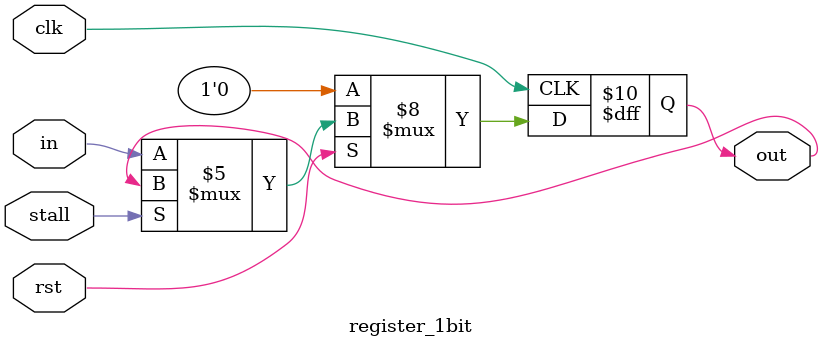
<source format=sv>
module register_1bit(clk,rst,in,out,stall);
input wire clk;
input wire rst,stall;
input wire  in;
output reg out;

  always @(posedge clk)
    begin
        if ( rst == 1'b0)
        begin
            out <= 1'b0;
        end
         else if ( stall == 1'b1) 
        begin
            out <= out ;
        end
        else
        begin
            out <= in;
        end
    end


endmodule
</source>
